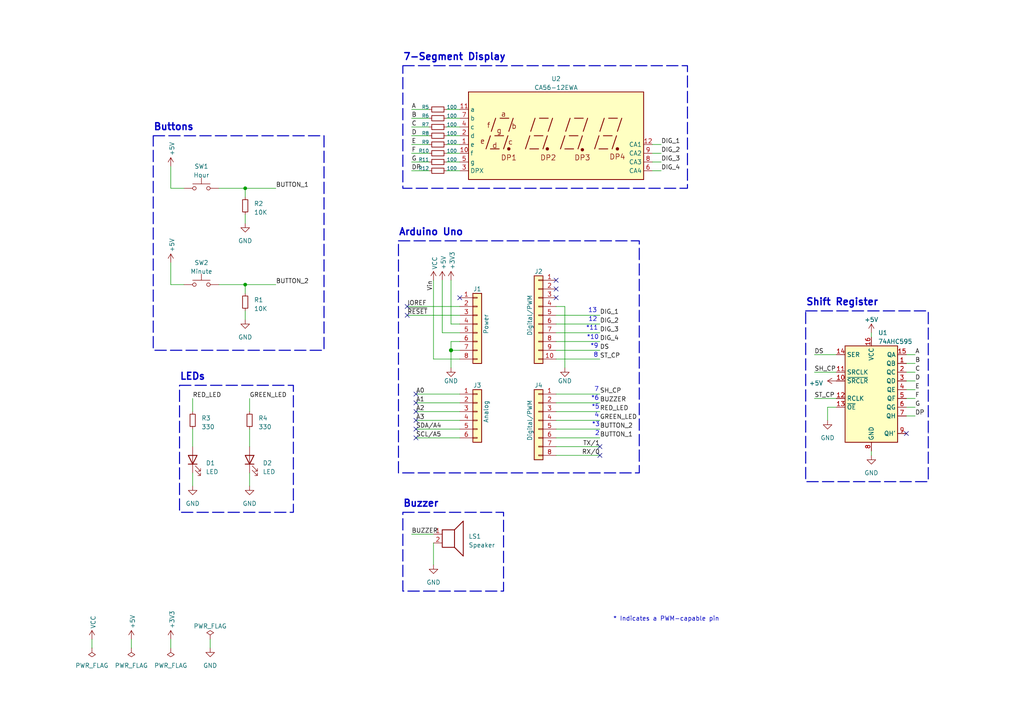
<source format=kicad_sch>
(kicad_sch (version 20230121) (generator eeschema)
  (paper "A4")
  (title_block (title "Arduino Uno Kitchen Timer") (date "mar. 31 mars 2015") (rev "1.0"))
  (lib_symbols
    (symbol "+5V_1" (power) (pin_names (offset 0))
      (property "Value" "+5V_1" (at 0 3.556 0))
      (symbol "+5V_1_0_1"
        (polyline (pts (xy -0.762 1.27) (xy 0 2.54)))
        (polyline (pts (xy 0 0) (xy 0 2.54)))
        (polyline (pts (xy 0 2.54) (xy 0.762 1.27)))
      )
      (symbol "+5V_1_1_1"
        (pin power_in line (at 0 0 90) (length 0) hide (name "+5V") (number "1"))
      )
    )
    (symbol "+5V_2" (power) (pin_names (offset 0))
      (property "Value" "+5V_2" (at 0 3.556 0))
      (symbol "+5V_2_0_1"
        (polyline (pts (xy -0.762 1.27) (xy 0 2.54)))
        (polyline (pts (xy 0 0) (xy 0 2.54)))
        (polyline (pts (xy 0 2.54) (xy 0.762 1.27)))
      )
      (symbol "+5V_2_1_1"
        (pin power_in line (at 0 0 90) (length 0) hide (name "+5V") (number "1"))
      )
    )
    (symbol "74xx:74AHC595"
      (property "Reference" "U" (at -7.62 13.97 0))
      (property "Value" "74AHC595" (at -7.62 -16.51 0))
      (symbol "74AHC595_1_0"
        (pin tri_state line (at 10.16 7.62 180) (length 2.54) (name "QB") (number "1"))
        (pin input line (at -10.16 2.54 0) (length 2.54) (name "~{SRCLR}") (number "10"))
        (pin input line (at -10.16 5.08 0) (length 2.54) (name "SRCLK") (number "11"))
        (pin input line (at -10.16 -2.54 0) (length 2.54) (name "RCLK") (number "12"))
        (pin input line (at -10.16 -5.08 0) (length 2.54) (name "~{OE}") (number "13"))
        (pin input line (at -10.16 10.16 0) (length 2.54) (name "SER") (number "14"))
        (pin tri_state line (at 10.16 10.16 180) (length 2.54) (name "QA") (number "15"))
        (pin power_in line (at 0 15.24 270) (length 2.54) (name "VCC") (number "16"))
        (pin tri_state line (at 10.16 5.08 180) (length 2.54) (name "QC") (number "2"))
        (pin tri_state line (at 10.16 2.54 180) (length 2.54) (name "QD") (number "3"))
        (pin tri_state line (at 10.16 0 180) (length 2.54) (name "QE") (number "4"))
        (pin tri_state line (at 10.16 -2.54 180) (length 2.54) (name "QF") (number "5"))
        (pin tri_state line (at 10.16 -5.08 180) (length 2.54) (name "QG") (number "6"))
        (pin tri_state line (at 10.16 -7.62 180) (length 2.54) (name "QH") (number "7"))
        (pin power_in line (at 0 -17.78 90) (length 2.54) (name "GND") (number "8"))
        (pin output line (at 10.16 -12.7 180) (length 2.54) (name "QH'") (number "9"))
      )
      (symbol "74AHC595_1_1"
        (rectangle (start -7.62 12.7) (end 7.62 -15.24) (stroke (width 0.254)) (fill (type background)))
      )
    )
    (symbol "Connector_Generic:Conn_01x06" (pin_names (offset 1.016) hide)
      (property "Reference" "J" (at 0 7.62 0))
      (property "Value" "Conn_01x06" (at 0 -10.16 0))
      (symbol "Conn_01x06_1_1"
        (rectangle (start -1.27 -7.493) (end 0 -7.747) (stroke (width 0.1524)))
        (rectangle (start -1.27 -4.953) (end 0 -5.207) (stroke (width 0.1524)))
        (rectangle (start -1.27 -2.413) (end 0 -2.667) (stroke (width 0.1524)))
        (rectangle (start -1.27 0.127) (end 0 -0.127) (stroke (width 0.1524)))
        (rectangle (start -1.27 2.667) (end 0 2.413) (stroke (width 0.1524)))
        (rectangle (start -1.27 5.207) (end 0 4.953) (stroke (width 0.1524)))
        (rectangle (start -1.27 6.35) (end 1.27 -8.89) (stroke (width 0.254)) (fill (type background)))
        (pin passive line (at -5.08 5.08 0) (length 3.81) (name "Pin_1") (number "1"))
        (pin passive line (at -5.08 2.54 0) (length 3.81) (name "Pin_2") (number "2"))
        (pin passive line (at -5.08 0 0) (length 3.81) (name "Pin_3") (number "3"))
        (pin passive line (at -5.08 -2.54 0) (length 3.81) (name "Pin_4") (number "4"))
        (pin passive line (at -5.08 -5.08 0) (length 3.81) (name "Pin_5") (number "5"))
        (pin passive line (at -5.08 -7.62 0) (length 3.81) (name "Pin_6") (number "6"))
      )
    )
    (symbol "Connector_Generic:Conn_01x08" (pin_names (offset 1.016) hide)
      (property "Reference" "J" (at 0 10.16 0))
      (property "Value" "Conn_01x08" (at 0 -12.7 0))
      (symbol "Conn_01x08_1_1"
        (rectangle (start -1.27 -10.033) (end 0 -10.287) (stroke (width 0.1524)))
        (rectangle (start -1.27 -7.493) (end 0 -7.747) (stroke (width 0.1524)))
        (rectangle (start -1.27 -4.953) (end 0 -5.207) (stroke (width 0.1524)))
        (rectangle (start -1.27 -2.413) (end 0 -2.667) (stroke (width 0.1524)))
        (rectangle (start -1.27 0.127) (end 0 -0.127) (stroke (width 0.1524)))
        (rectangle (start -1.27 2.667) (end 0 2.413) (stroke (width 0.1524)))
        (rectangle (start -1.27 5.207) (end 0 4.953) (stroke (width 0.1524)))
        (rectangle (start -1.27 7.747) (end 0 7.493) (stroke (width 0.1524)))
        (rectangle (start -1.27 8.89) (end 1.27 -11.43) (stroke (width 0.254)) (fill (type background)))
        (pin passive line (at -5.08 7.62 0) (length 3.81) (name "Pin_1") (number "1"))
        (pin passive line (at -5.08 5.08 0) (length 3.81) (name "Pin_2") (number "2"))
        (pin passive line (at -5.08 2.54 0) (length 3.81) (name "Pin_3") (number "3"))
        (pin passive line (at -5.08 0 0) (length 3.81) (name "Pin_4") (number "4"))
        (pin passive line (at -5.08 -2.54 0) (length 3.81) (name "Pin_5") (number "5"))
        (pin passive line (at -5.08 -5.08 0) (length 3.81) (name "Pin_6") (number "6"))
        (pin passive line (at -5.08 -7.62 0) (length 3.81) (name "Pin_7") (number "7"))
        (pin passive line (at -5.08 -10.16 0) (length 3.81) (name "Pin_8") (number "8"))
      )
    )
    (symbol "Connector_Generic:Conn_01x10" (pin_names (offset 1.016) hide)
      (property "Reference" "J" (at 0 12.7 0))
      (property "Value" "Conn_01x10" (at 0 -15.24 0))
      (symbol "Conn_01x10_1_1"
        (rectangle (start -1.27 -12.573) (end 0 -12.827) (stroke (width 0.1524)))
        (rectangle (start -1.27 -10.033) (end 0 -10.287) (stroke (width 0.1524)))
        (rectangle (start -1.27 -7.493) (end 0 -7.747) (stroke (width 0.1524)))
        (rectangle (start -1.27 -4.953) (end 0 -5.207) (stroke (width 0.1524)))
        (rectangle (start -1.27 -2.413) (end 0 -2.667) (stroke (width 0.1524)))
        (rectangle (start -1.27 0.127) (end 0 -0.127) (stroke (width 0.1524)))
        (rectangle (start -1.27 2.667) (end 0 2.413) (stroke (width 0.1524)))
        (rectangle (start -1.27 5.207) (end 0 4.953) (stroke (width 0.1524)))
        (rectangle (start -1.27 7.747) (end 0 7.493) (stroke (width 0.1524)))
        (rectangle (start -1.27 10.287) (end 0 10.033) (stroke (width 0.1524)))
        (rectangle (start -1.27 11.43) (end 1.27 -13.97) (stroke (width 0.254)) (fill (type background)))
        (pin passive line (at -5.08 10.16 0) (length 3.81) (name "Pin_1") (number "1"))
        (pin passive line (at -5.08 -12.7 0) (length 3.81) (name "Pin_10") (number "10"))
        (pin passive line (at -5.08 7.62 0) (length 3.81) (name "Pin_2") (number "2"))
        (pin passive line (at -5.08 5.08 0) (length 3.81) (name "Pin_3") (number "3"))
        (pin passive line (at -5.08 2.54 0) (length 3.81) (name "Pin_4") (number "4"))
        (pin passive line (at -5.08 0 0) (length 3.81) (name "Pin_5") (number "5"))
        (pin passive line (at -5.08 -2.54 0) (length 3.81) (name "Pin_6") (number "6"))
        (pin passive line (at -5.08 -5.08 0) (length 3.81) (name "Pin_7") (number "7"))
        (pin passive line (at -5.08 -7.62 0) (length 3.81) (name "Pin_8") (number "8"))
        (pin passive line (at -5.08 -10.16 0) (length 3.81) (name "Pin_9") (number "9"))
      )
    )
    (symbol "Device:LED" (pin_numbers hide) (pin_names (offset 1.016) hide)
      (property "Reference" "D" (at 0 2.54 0))
      (property "Value" "LED" (at 0 -2.54 0))
      (symbol "LED_0_1"
        (polyline (pts (xy -1.27 -1.27) (xy -1.27 1.27)) (stroke (width 0.254)))
        (polyline (pts (xy -1.27 0) (xy 1.27 0)))
        (polyline (pts (xy 1.27 -1.27) (xy 1.27 1.27) (xy -1.27 0) (xy 1.27 -1.27)) (stroke (width 0.254)))
        (polyline (pts (xy -3.048 -0.762) (xy -4.572 -2.286) (xy -3.81 -2.286) (xy -4.572 -2.286) (xy -4.572 -1.524)))
        (polyline (pts (xy -1.778 -0.762) (xy -3.302 -2.286) (xy -2.54 -2.286) (xy -3.302 -2.286) (xy -3.302 -1.524)))
      )
      (symbol "LED_1_1"
        (pin passive line (at -3.81 0 0) (length 2.54) (name "K") (number "1"))
        (pin passive line (at 3.81 0 180) (length 2.54) (name "A") (number "2"))
      )
    )
    (symbol "Device:R_Small" (pin_numbers hide) (pin_names (offset 0.254) hide)
      (property "Reference" "R" (at 0.762 0.508 0))
      (property "Value" "R_Small" (at 0.762 -1.016 0))
      (symbol "R_Small_0_1"
        (rectangle (start -0.762 1.778) (end 0.762 -1.778) (stroke (width 0.2032)))
      )
      (symbol "R_Small_1_1"
        (pin passive line (at 0 2.54 270) (length 0.762) (name "~") (number "1"))
        (pin passive line (at 0 -2.54 90) (length 0.762) (name "~") (number "2"))
      )
    )
    (symbol "Device:Speaker" (pin_names (offset 0) hide)
      (property "Reference" "LS" (at 1.27 5.715 0))
      (property "Value" "Speaker" (at 1.27 3.81 0))
      (symbol "Speaker_0_0"
        (rectangle (start -2.54 1.27) (end 1.016 -3.81) (stroke (width 0.254)))
        (polyline (pts (xy 1.016 1.27) (xy 3.556 3.81) (xy 3.556 -6.35) (xy 1.016 -3.81)) (stroke (width 0.254)))
      )
      (symbol "Speaker_1_1"
        (pin input line (at -5.08 0 0) (length 2.54) (name "1") (number "1"))
        (pin input line (at -5.08 -2.54 0) (length 2.54) (name "2") (number "2"))
      )
    )
    (symbol "Display_Character:CA56-12EWA"
      (property "Reference" "U" (at -24.13 13.97 0))
      (property "Value" "CA56-12EWA" (at 19.05 13.97 0))
      (symbol "CA56-12EWA_0_0"
        (rectangle (start -25.4 12.7) (end 25.4 -12.7) (stroke (width 0.254)) (fill (type background)))
        (polyline (pts (xy -20.32 -3.81) (xy -19.05 0)) (stroke (width 0.254)))
        (polyline (pts (xy -19.05 -3.81) (xy -16.51 -3.81)) (stroke (width 0.254)))
        (polyline (pts (xy -18.796 1.27) (xy -17.526 5.08)) (stroke (width 0.254)))
        (polyline (pts (xy -17.78 0) (xy -15.24 0)) (stroke (width 0.254)))
        (polyline (pts (xy -16.256 5.08) (xy -13.716 5.08)) (stroke (width 0.254)))
        (polyline (pts (xy -15.24 -3.81) (xy -13.97 0)) (stroke (width 0.254)))
        (polyline (pts (xy -13.716 1.27) (xy -12.446 5.08)) (stroke (width 0.254)))
        (polyline (pts (xy -8.89 -3.81) (xy -7.62 0)) (stroke (width 0.254)))
        (polyline (pts (xy -7.62 -3.81) (xy -5.08 -3.81)) (stroke (width 0.254)))
        (polyline (pts (xy -7.366 1.27) (xy -6.096 5.08)) (stroke (width 0.254)))
        (polyline (pts (xy -6.35 0) (xy -3.81 0)) (stroke (width 0.254)))
        (polyline (pts (xy -4.826 5.08) (xy -2.286 5.08)) (stroke (width 0.254)))
        (polyline (pts (xy -3.81 -3.81) (xy -2.54 0)) (stroke (width 0.254)))
        (polyline (pts (xy -2.286 1.27) (xy -1.016 5.08)) (stroke (width 0.254)))
        (polyline (pts (xy 1.27 -3.81) (xy 2.54 0)) (stroke (width 0.254)))
        (polyline (pts (xy 2.54 -3.81) (xy 5.08 -3.81)) (stroke (width 0.254)))
        (polyline (pts (xy 2.794 1.27) (xy 4.064 5.08)) (stroke (width 0.254)))
        (polyline (pts (xy 3.81 0) (xy 6.35 0)) (stroke (width 0.254)))
        (polyline (pts (xy 5.334 5.08) (xy 7.874 5.08)) (stroke (width 0.254)))
        (polyline (pts (xy 6.35 -3.81) (xy 7.62 0)) (stroke (width 0.254)))
        (polyline (pts (xy 7.874 1.27) (xy 9.144 5.08)) (stroke (width 0.254)))
        (polyline (pts (xy 11.176 -3.81) (xy 12.446 0)) (stroke (width 0.254)))
        (polyline (pts (xy 12.446 -3.81) (xy 14.986 -3.81)) (stroke (width 0.254)))
        (polyline (pts (xy 12.7 1.27) (xy 13.97 5.08)) (stroke (width 0.254)))
        (polyline (pts (xy 13.716 0) (xy 16.256 0)) (stroke (width 0.254)))
        (polyline (pts (xy 15.24 5.08) (xy 17.78 5.08)) (stroke (width 0.254)))
        (polyline (pts (xy 16.256 -3.81) (xy 17.526 0)) (stroke (width 0.254)))
        (polyline (pts (xy 17.78 1.27) (xy 19.05 5.08)) (stroke (width 0.254)))
        (text "a" (at -15.24 6.35 0) (effects (font (size 1.524 1.524))))
        (text "b" (at -12.192 2.794 0) (effects (font (size 1.524 1.524))))
        (text "c" (at -13.208 -1.778 0) (effects (font (size 1.524 1.524))))
        (text "d" (at -17.78 -2.794 0) (effects (font (size 1.524 1.524))))
        (text "DP1" (at -13.716 -6.35 0) (effects (font (size 1.524 1.524))))
        (text "DP2" (at -2.286 -6.35 0) (effects (font (size 1.524 1.524))))
        (text "DP3" (at 7.62 -6.35 0) (effects (font (size 1.524 1.524))))
        (text "DP4" (at 17.78 -6.096 0) (effects (font (size 1.524 1.524))))
        (text "e" (at -21.336 -1.524 0) (effects (font (size 1.524 1.524))))
        (text "f" (at -19.558 3.048 0) (effects (font (size 1.524 1.524))))
        (text "g" (at -16.51 1.524 0) (effects (font (size 1.524 1.524))))
      )
      (symbol "CA56-12EWA_0_1"
        (circle (center -13.716 -3.81) (radius 0.3556) (stroke (width 0.254)) (fill (type outline)))
        (circle (center -2.54 -3.81) (radius 0.3556) (stroke (width 0.254)) (fill (type outline)))
      )
      (symbol "CA56-12EWA_1_0"
        (circle (center 7.62 -4.064) (radius 0.3556) (stroke (width 0.254)) (fill (type outline)))
        (circle (center 17.78 -3.81) (radius 0.3556) (stroke (width 0.254)) (fill (type outline)))
      )
      (symbol "CA56-12EWA_1_1"
        (pin input line (at -27.94 -2.54 0) (length 2.54) (name "e") (number "1"))
        (pin input line (at -27.94 -5.08 0) (length 2.54) (name "f") (number "10"))
        (pin input line (at -27.94 7.62 0) (length 2.54) (name "a") (number "11"))
        (pin input line (at 27.94 -2.54 180) (length 2.54) (name "CA1") (number "12"))
        (pin input line (at -27.94 0 0) (length 2.54) (name "d") (number "2"))
        (pin input line (at -27.94 -10.16 0) (length 2.54) (name "DPX") (number "3"))
        (pin input line (at -27.94 2.54 0) (length 2.54) (name "c") (number "4"))
        (pin input line (at -27.94 -7.62 0) (length 2.54) (name "g") (number "5"))
        (pin input line (at 27.94 -10.16 180) (length 2.54) (name "CA4") (number "6"))
        (pin input line (at -27.94 5.08 0) (length 2.54) (name "b") (number "7"))
        (pin input line (at 27.94 -7.62 180) (length 2.54) (name "CA3") (number "8"))
        (pin input line (at 27.94 -5.08 180) (length 2.54) (name "CA2") (number "9"))
      )
    )
    (symbol "GND_1" (power) (pin_names (offset 0))
      (property "Value" "GND_1" (at 0 -3.81 0))
      (symbol "GND_1_0_1"
        (polyline (pts (xy 0 0) (xy 0 -1.27) (xy 1.27 -1.27) (xy 0 -2.54) (xy -1.27 -1.27) (xy 0 -1.27)))
      )
      (symbol "GND_1_1_1"
        (pin power_in line (at 0 0 270) (length 0) hide (name "GND") (number "1"))
      )
    )
    (symbol "GND_2" (power) (pin_names (offset 0))
      (property "Value" "GND_2" (at 0 -3.81 0))
      (symbol "GND_2_0_1"
        (polyline (pts (xy 0 0) (xy 0 -1.27) (xy 1.27 -1.27) (xy 0 -2.54) (xy -1.27 -1.27) (xy 0 -1.27)))
      )
      (symbol "GND_2_1_1"
        (pin power_in line (at 0 0 270) (length 0) hide (name "GND") (number "1"))
      )
    )
    (symbol "GND_3" (power) (pin_names (offset 0))
      (property "Value" "GND_3" (at 0 -3.81 0))
      (symbol "GND_3_0_1"
        (polyline (pts (xy 0 0) (xy 0 -1.27) (xy 1.27 -1.27) (xy 0 -2.54) (xy -1.27 -1.27) (xy 0 -1.27)))
      )
      (symbol "GND_3_1_1"
        (pin power_in line (at 0 0 270) (length 0) hide (name "GND") (number "1"))
      )
    )
    (symbol "GND_4" (power) (pin_names (offset 0))
      (property "Value" "GND_4" (at 0 -3.81 0))
      (symbol "GND_4_0_1"
        (polyline (pts (xy 0 0) (xy 0 -1.27) (xy 1.27 -1.27) (xy 0 -2.54) (xy -1.27 -1.27) (xy 0 -1.27)))
      )
      (symbol "GND_4_1_1"
        (pin power_in line (at 0 0 270) (length 0) hide (name "GND") (number "1"))
      )
    )
    (symbol "Switch:SW_Push" (pin_numbers hide) (pin_names (offset 1.016) hide)
      (property "Reference" "SW" (at 1.27 2.54 0))
      (property "Value" "SW_Push" (at 0 -1.524 0))
      (symbol "SW_Push_0_1"
        (circle (center -2.032 0) (radius 0.508))
        (polyline (pts (xy 0 1.27) (xy 0 3.048)))
        (polyline (pts (xy 2.54 1.27) (xy -2.54 1.27)))
        (circle (center 2.032 0) (radius 0.508))
        (pin passive line (at -5.08 0 0) (length 2.54) (name "1") (number "1"))
        (pin passive line (at 5.08 0 180) (length 2.54) (name "2") (number "2"))
      )
    )
    (symbol "power:+3V3" (power) (pin_names (offset 0))
      (property "Value" "+3V3" (at 0 3.556 0))
      (symbol "+3V3_0_1"
        (polyline (pts (xy -0.762 1.27) (xy 0 2.54)))
        (polyline (pts (xy 0 0) (xy 0 2.54)))
        (polyline (pts (xy 0 2.54) (xy 0.762 1.27)))
      )
      (symbol "+3V3_1_1"
        (pin power_in line (at 0 0 90) (length 0) hide (name "+3V3") (number "1"))
      )
    )
    (symbol "power:+5V" (power) (pin_names (offset 0))
      (property "Value" "+5V" (at 0 3.556 0))
      (symbol "+5V_0_1"
        (polyline (pts (xy -0.762 1.27) (xy 0 2.54)))
        (polyline (pts (xy 0 0) (xy 0 2.54)))
        (polyline (pts (xy 0 2.54) (xy 0.762 1.27)))
      )
      (symbol "+5V_1_1"
        (pin power_in line (at 0 0 90) (length 0) hide (name "+5V") (number "1"))
      )
    )
    (symbol "power:GND" (power) (pin_names (offset 0))
      (property "Value" "GND" (at 0 -3.81 0))
      (symbol "GND_0_1"
        (polyline (pts (xy 0 0) (xy 0 -1.27) (xy 1.27 -1.27) (xy 0 -2.54) (xy -1.27 -1.27) (xy 0 -1.27)))
      )
      (symbol "GND_1_1"
        (pin power_in line (at 0 0 270) (length 0) hide (name "GND") (number "1"))
      )
    )
    (symbol "power:PWR_FLAG" (power) (pin_numbers hide) (pin_names (offset 0) hide)
      (property "Value" "PWR_FLAG" (at 0 3.81 0))
      (symbol "PWR_FLAG_0_0"
        (pin power_out line (at 0 0 90) (length 0) (name "pwr") (number "1"))
      )
      (symbol "PWR_FLAG_0_1"
        (polyline (pts (xy 0 0) (xy 0 1.27) (xy -1.016 1.905) (xy 0 2.54) (xy 1.016 1.905) (xy 0 1.27)))
      )
    )
    (symbol "power:VCC" (power) (pin_names (offset 0))
      (property "Value" "VCC" (at 0 3.81 0))
      (symbol "VCC_0_1"
        (polyline (pts (xy -0.762 1.27) (xy 0 2.54)))
        (polyline (pts (xy 0 0) (xy 0 2.54)))
        (polyline (pts (xy 0 2.54) (xy 0.762 1.27)))
      )
      (symbol "VCC_1_1"
        (pin power_in line (at 0 0 90) (length 0) hide (name "VCC") (number "1"))
      )
    )
  )
  (junction (at 71.12 82.55))
  (junction (at 130.81 101.6) (diameter 1.016))
  (junction (at 71.12 54.61))
  (no_connect (at 120.65 116.84))
  (no_connect (at 120.65 121.92))
  (no_connect (at 161.29 83.82))
  (no_connect (at 173.99 129.54))
  (no_connect (at 161.29 81.28))
  (no_connect (at 120.65 119.38))
  (no_connect (at 118.11 91.44))
  (no_connect (at 120.65 127))
  (no_connect (at 120.65 114.3))
  (no_connect (at 173.99 132.08))
  (no_connect (at 161.29 86.36))
  (no_connect (at 262.89 125.73))
  (no_connect (at 133.35 86.36))
  (no_connect (at 120.65 124.46))
  (no_connect (at 118.11 88.9))
  (wire (pts (xy 49.53 82.55) (xy 49.53 76.2)))
  (wire (pts (xy 161.29 132.08) (xy 173.99 132.08)))
  (wire (pts (xy 236.22 115.57) (xy 242.57 115.57)))
  (wire (pts (xy 55.88 137.16) (xy 55.88 140.97)))
  (wire (pts (xy 161.29 99.06) (xy 173.99 99.06)))
  (wire (pts (xy 71.12 82.55) (xy 80.01 82.55)))
  (wire (pts (xy 63.5 82.55) (xy 71.12 82.55)))
  (wire (pts (xy 252.73 130.81) (xy 252.73 132.08)))
  (wire (pts (xy 189.23 41.91) (xy 191.77 41.91)))
  (wire (pts (xy 240.03 121.92) (xy 240.03 118.11)))
  (wire (pts (xy 262.89 107.95) (xy 265.43 107.95)))
  (wire (pts (xy 236.22 107.95) (xy 242.57 107.95)))
  (wire (pts (xy 130.81 99.06) (xy 130.81 101.6)))
  (wire (pts (xy 120.65 127) (xy 133.35 127)))
  (wire (pts (xy 72.39 119.38) (xy 72.39 115.57)))
  (wire (pts (xy 130.81 101.6) (xy 130.81 106.68)))
  (wire (pts (xy 63.5 54.61) (xy 71.12 54.61)))
  (wire (pts (xy 130.81 93.98) (xy 133.35 93.98)))
  (wire (pts (xy 128.27 96.52) (xy 133.35 96.52)))
  (wire (pts (xy 128.27 81.28) (xy 128.27 96.52)))
  (wire (pts (xy 71.12 90.17) (xy 71.12 92.71)))
  (wire (pts (xy 161.29 91.44) (xy 173.99 91.44)))
  (wire (pts (xy 130.81 81.28) (xy 130.81 93.98)))
  (wire (pts (xy 161.29 114.3) (xy 173.99 114.3)))
  (wire (pts (xy 189.23 49.53) (xy 191.77 49.53)))
  (wire (pts (xy 133.35 114.3) (xy 120.65 114.3)))
  (wire (pts (xy 161.29 93.98) (xy 173.99 93.98)))
  (wire (pts (xy 72.39 137.16) (xy 72.39 140.97)))
  (wire (pts (xy 161.29 116.84) (xy 173.99 116.84)))
  (wire (pts (xy 55.88 119.38) (xy 55.88 115.57)))
  (wire (pts (xy 161.29 101.6) (xy 173.99 101.6)))
  (wire (pts (xy 262.89 110.49) (xy 265.43 110.49)))
  (wire (pts (xy 129.54 34.29) (xy 133.35 34.29)))
  (wire (pts (xy 161.29 121.92) (xy 173.99 121.92)))
  (wire (pts (xy 236.22 102.87) (xy 242.57 102.87)))
  (wire (pts (xy 118.11 88.9) (xy 133.35 88.9)))
  (wire (pts (xy 49.53 185.42) (xy 49.53 187.96)))
  (wire (pts (xy 119.38 154.94) (xy 125.73 154.94)))
  (wire (pts (xy 129.54 31.75) (xy 133.35 31.75)))
  (wire (pts (xy 262.89 113.03) (xy 265.43 113.03)))
  (wire (pts (xy 163.83 88.9) (xy 163.83 106.68)))
  (wire (pts (xy 55.88 124.46) (xy 55.88 129.54)))
  (wire (pts (xy 262.89 120.65) (xy 265.43 120.65)))
  (wire (pts (xy 125.73 157.48) (xy 125.73 163.83)))
  (wire (pts (xy 53.34 54.61) (xy 49.53 54.61)))
  (wire (pts (xy 119.38 49.53) (xy 124.46 49.53)))
  (wire (pts (xy 133.35 119.38) (xy 120.65 119.38)))
  (wire (pts (xy 118.11 91.44) (xy 133.35 91.44)))
  (wire (pts (xy 133.35 101.6) (xy 130.81 101.6)))
  (wire (pts (xy 119.38 46.99) (xy 124.46 46.99)))
  (wire (pts (xy 262.89 118.11) (xy 265.43 118.11)))
  (wire (pts (xy 119.38 41.91) (xy 124.46 41.91)))
  (wire (pts (xy 133.35 104.14) (xy 125.73 104.14)))
  (wire (pts (xy 119.38 36.83) (xy 124.46 36.83)))
  (wire (pts (xy 120.65 116.84) (xy 133.35 116.84)))
  (wire (pts (xy 129.54 49.53) (xy 133.35 49.53)))
  (wire (pts (xy 189.23 46.99) (xy 191.77 46.99)))
  (wire (pts (xy 262.89 105.41) (xy 265.43 105.41)))
  (wire (pts (xy 26.67 185.42) (xy 26.67 187.96)))
  (wire (pts (xy 71.12 54.61) (xy 71.12 57.15)))
  (wire (pts (xy 161.29 88.9) (xy 163.83 88.9)))
  (wire (pts (xy 129.54 39.37) (xy 133.35 39.37)))
  (wire (pts (xy 133.35 99.06) (xy 130.81 99.06)))
  (wire (pts (xy 262.89 115.57) (xy 265.43 115.57)))
  (wire (pts (xy 129.54 41.91) (xy 133.35 41.91)))
  (wire (pts (xy 161.29 96.52) (xy 173.99 96.52)))
  (wire (pts (xy 119.38 44.45) (xy 124.46 44.45)))
  (wire (pts (xy 161.29 119.38) (xy 173.99 119.38)))
  (wire (pts (xy 120.65 121.92) (xy 133.35 121.92)))
  (wire (pts (xy 119.38 39.37) (xy 124.46 39.37)))
  (wire (pts (xy 119.38 34.29) (xy 124.46 34.29)))
  (wire (pts (xy 129.54 36.83) (xy 133.35 36.83)))
  (wire (pts (xy 262.89 102.87) (xy 265.43 102.87)))
  (wire (pts (xy 129.54 44.45) (xy 133.35 44.45)))
  (wire (pts (xy 71.12 54.61) (xy 80.01 54.61)))
  (wire (pts (xy 119.38 31.75) (xy 124.46 31.75)))
  (wire (pts (xy 71.12 62.23) (xy 71.12 64.77)))
  (wire (pts (xy 38.1 185.42) (xy 38.1 187.96)))
  (wire (pts (xy 129.54 46.99) (xy 133.35 46.99)))
  (wire (pts (xy 189.23 44.45) (xy 191.77 44.45)))
  (wire (pts (xy 161.29 127) (xy 173.99 127)))
  (wire (pts (xy 252.73 96.52) (xy 252.73 97.79)))
  (wire (pts (xy 161.29 124.46) (xy 173.99 124.46)))
  (wire (pts (xy 240.03 118.11) (xy 242.57 118.11)))
  (wire (pts (xy 53.34 82.55) (xy 49.53 82.55)))
  (wire (pts (xy 161.29 129.54) (xy 173.99 129.54)))
  (wire (pts (xy 72.39 124.46) (xy 72.39 129.54)))
  (wire (pts (xy 49.53 54.61) (xy 49.53 48.26)))
  (wire (pts (xy 125.73 104.14) (xy 125.73 81.28)))
  (wire (pts (xy 71.12 82.55) (xy 71.12 85.09)))
  (wire (pts (xy 133.35 124.46) (xy 120.65 124.46)))
  (wire (pts (xy 161.29 104.14) (xy 173.99 104.14)))
  (wire (pts (xy 60.96 185.42) (xy 60.96 187.96)))
  (rectangle (start 115.57 69.85) (end 185.42 137.16) (stroke (width 0.3) (type dash)))
  (rectangle (start 52.07 111.76) (end 85.09 148.59) (stroke (width 0.3) (type dash)))
  (rectangle (start 269.24 125.73) (end 269.24 125.73))
  (rectangle (start 116.84 19.05) (end 199.39 54.61) (stroke (width 0.3) (type dash)))
  (rectangle (start 44.45 39.37) (end 93.98 101.6) (stroke (width 0.3) (type dash)))
  (rectangle (start 116.84 148.59) (end 146.05 171.45) (stroke (width 0.3) (type dash)))
  (rectangle (start 233.68 90.17) (end 269.24 139.7) (stroke (width 0.3) (type dash)))
  (rectangle (start 269.24 125.73) (end 269.24 125.73))
  (rectangle (start 176.53 19.05) (end 176.53 19.05))
  (text "*3" (at 171.6322 123.9142 0) (effects (font (size 1.27 1.27)) (justify left bottom)))
  (text "Shift Register" (at 233.68 88.9 0) (effects (font (size 2 2) (thickness 0.4) bold) (justify left bottom)))
  (text "*11" (at 169.9282 95.944 0) (effects (font (size 1.27 1.27)) (justify left bottom)))
  (text "12" (at 170.6352 93.3988 0) (effects (font (size 1.27 1.27)) (justify left bottom)))
  (text "*5" (at 171.5456 118.8344 0) (effects (font (size 1.27 1.27)) (justify left bottom)))
  (text "*9" (at 171.2008 101.1758 0) (effects (font (size 1.27 1.27)) (justify left bottom)))
  (text "Arduino Uno" (at 115.57 68.58 0) (effects (font (size 2 2) (thickness 0.4) bold) (justify left bottom)))
  (text "7-Segment Display" (at 116.84 17.78 0) (effects (font (size 2 2) (thickness 0.4) bold) (justify left bottom)))
  (text "2" (at 172.5314 126.4917 0) (effects (font (size 1.27 1.27)) (justify left bottom)))
  (text "7" (at 172.3233 113.744 0) (effects (font (size 1.27 1.27)) (justify left bottom)))
  (text "*10" (at 170.1403 98.6306 0) (effects (font (size 1.27 1.27)) (justify left bottom)))
  (text "13" (at 170.5645 90.8536 0) (effects (font (size 1.27 1.27)) (justify left bottom)))
  (text "* Indicates a PWM-capable pin" (at 177.8 180.34 0) (effects (font (size 1.27 1.27)) (justify left bottom)))
  (text "LEDs" (at 52.07 110.49 0) (effects (font (size 2 2) (thickness 0.4) bold) (justify left bottom)))
  (text "4" (at 172.394 121.2382 0) (effects (font (size 1.27 1.27)) (justify left bottom)))
  (text "Buzzer" (at 116.84 147.32 0) (effects (font (size 2 2) (thickness 0.4) bold) (justify left bottom)))
  (text "*6" (at 171.4042 116.2892 0) (effects (font (size 1.27 1.27)) (justify left bottom)))
  (text "Buttons" (at 44.45 38.1 0) (effects (font (size 2 2) (thickness 0.4) bold) (justify left bottom)))
  (text "8" (at 172.1199 103.7916 0) (effects (font (size 1.27 1.27)) (justify left bottom)))
  (label "RX{slash}0" (at 173.99 132.08 180))
  (label "DIG_1" (at 191.77 41.91 0))
  (label "A2" (at 120.65 119.38 0))
  (label "DIG_2" (at 191.77 44.45 0))
  (label "DIG_2" (at 173.99 93.98 0))
  (label "DIG_1" (at 173.99 91.44 0))
  (label "A3" (at 120.65 121.92 0))
  (label "BUTTON_2" (at 80.01 82.55 0))
  (label "DIG_4" (at 191.77 49.53 0))
  (label "GREEN_LED" (at 173.99 121.92 0))
  (label "BUTTON_1" (at 80.01 54.61 0))
  (label "DS" (at 236.22 102.87 0))
  (label "~{RESET}" (at 118.11 91.44 0))
  (label "BUZZER" (at 173.99 116.84 0))
  (label "D" (at 265.43 110.49 0))
  (label "D" (at 119.38 39.37 0))
  (label "A" (at 265.43 102.87 0))
  (label "BUZZER" (at 119.38 154.94 0))
  (label "E" (at 265.43 113.03 0))
  (label "RED_LED" (at 173.99 119.38 0))
  (label "ST_CP" (at 236.22 115.57 0))
  (label "C" (at 119.38 36.83 0))
  (label "F" (at 265.43 115.57 0))
  (label "DP" (at 119.38 49.53 0))
  (label "E" (at 119.38 41.91 0))
  (label "G" (at 119.38 46.99 0))
  (label "DP" (at 265.43 120.65 0))
  (label "SH_CP" (at 173.99 114.3 0))
  (label "A1" (at 120.65 116.84 0))
  (label "TX{slash}1" (at 173.99 129.54 180))
  (label "DIG_4" (at 173.99 99.06 0))
  (label "BUTTON_1" (at 173.99 127 0))
  (label "A0" (at 120.65 114.3 0))
  (label "B" (at 265.43 105.41 0))
  (label "A" (at 119.38 31.75 0))
  (label "DS" (at 173.99 101.6 0))
  (label "Vin" (at 125.73 81.28 270))
  (label "GREEN_LED" (at 72.39 115.57 0))
  (label "G" (at 265.43 118.11 0))
  (label "IOREF" (at 118.11 88.9 0))
  (label "DIG_3" (at 191.77 46.99 0))
  (label "SH_CP" (at 236.22 107.95 0))
  (label "BUTTON_2" (at 173.99 124.46 0))
  (label "DIG_3" (at 173.99 96.52 0))
  (label "C" (at 265.43 107.95 0))
  (label "SDA{slash}A4" (at 120.65 124.46 0))
  (label "RED_LED" (at 55.88 115.57 0))
  (label "SCL{slash}A5" (at 120.65 127 0))
  (label "ST_CP" (at 173.99 104.14 0))
  (label "B" (at 119.38 34.29 0))
  (label "F" (at 119.38 44.45 0))
  (symbol (lib_id "Connector_Generic:Conn_01x08") (at 138.43 93.98 0) (unit 1)
    (property "Reference" "J1" (at 138.43 83.82 0))
    (property "Value" "Power" (at 140.97 93.98 90))
    (property "Footprint" "Connector_PinSocket_2.54mm:PinSocket_1x08_P2.54mm_Vertical" (effects hide))
  )
  (symbol (lib_id "power:+3V3") (at 130.81 81.28 0) (unit 1)
    (property "Reference" "#PWR03" (effects hide))
    (property "Value" "+3.3V" (at 131.191 78.232 90) (effects (justify left)))
  )
  (symbol (lib_id "power:+5V") (at 128.27 81.28 0) (unit 1)
    (property "Reference" "#PWR02" (effects hide))
    (property "Value" "+5V" (at 128.6256 78.232 90) (effects (justify left)))
  )
  (symbol (lib_id "power:GND") (at 130.81 106.68 0) (unit 1)
    (property "Reference" "#PWR04" (effects hide))
    (property "Value" "GND" (at 130.81 110.49 0))
  )
  (symbol (lib_id "Connector_Generic:Conn_01x10") (at 156.21 91.44 0) (mirror y) (unit 1)
    (property "Reference" "J2" (at 156.21 78.74 0))
    (property "Value" "Digital/PWM" (at 153.67 91.44 90))
    (property "Footprint" "Connector_PinSocket_2.54mm:PinSocket_1x10_P2.54mm_Vertical" (effects hide))
  )
  (symbol (lib_id "power:GND") (at 163.83 106.68 0) (unit 1)
    (property "Reference" "#PWR05" (effects hide))
    (property "Value" "GND" (at 163.83 110.49 0))
  )
  (symbol (lib_id "Connector_Generic:Conn_01x06") (at 138.43 119.38 0) (unit 1)
    (property "Reference" "J3" (at 138.43 111.76 0))
    (property "Value" "Analog" (at 140.97 119.38 90))
    (property "Footprint" "Connector_PinSocket_2.54mm:PinSocket_1x06_P2.54mm_Vertical" (effects hide))
  )
  (symbol (lib_id "Connector_Generic:Conn_01x08") (at 156.21 121.92 0) (mirror y) (unit 1)
    (property "Reference" "J4" (at 156.21 111.76 0))
    (property "Value" "Digital/PWM" (at 153.67 121.92 90))
    (property "Footprint" "Connector_PinSocket_2.54mm:PinSocket_1x08_P2.54mm_Vertical" (effects hide))
  )
  (symbol (lib_name "GND_2") (lib_id "power:GND") (at 60.96 187.96 0) (unit 1)
    (property "Reference" "#PWR020" (effects hide))
    (property "Value" "GND" (at 60.96 193.04 0))
  )
  (symbol (lib_id "Device:R_Small") (at 127 41.91 90) (unit 1)
    (property "Reference" "R9" (at 124.46 40.64 90) (effects (font (size 1 1)) (justify left bottom)))
    (property "Value" "100" (at 129.54 40.64 90) (effects (font (size 1 1)) (justify right bottom)))
    (property "Footprint" "Resistor_THT:R_Axial_DIN0207_L6.3mm_D2.5mm_P10.16mm_Horizontal" (effects hide))
  )
  (symbol (lib_name "GND_4") (lib_id "power:GND") (at 240.03 121.92 0) (unit 1)
    (property "Reference" "#PWR013" (effects hide))
    (property "Value" "GND" (at 240.03 127 0))
  )
  (symbol (lib_id "Device:R_Small") (at 127 36.83 90) (unit 1)
    (property "Reference" "R7" (at 124.46 35.56 90) (effects (font (size 1 1)) (justify left bottom)))
    (property "Value" "100" (at 129.54 35.56 90) (effects (font (size 1 1)) (justify right bottom)))
    (property "Footprint" "Resistor_THT:R_Axial_DIN0207_L6.3mm_D2.5mm_P10.16mm_Horizontal" (effects hide))
  )
  (symbol (lib_id "Device:R_Small") (at 127 31.75 90) (unit 1)
    (property "Reference" "R5" (at 124.46 30.48 90) (effects (font (size 1 1)) (justify left bottom)))
    (property "Value" "100" (at 129.54 30.48 90) (effects (font (size 1 1)) (justify right bottom)))
    (property "Footprint" "Resistor_THT:R_Axial_DIN0207_L6.3mm_D2.5mm_P10.16mm_Horizontal" (effects hide))
  )
  (symbol (lib_id "Device:R_Small") (at 127 34.29 90) (unit 1)
    (property "Reference" "R6" (at 124.46 33.02 90) (effects (font (size 1 1)) (justify left bottom)))
    (property "Value" "100" (at 129.54 33.02 90) (effects (font (size 1 1)) (justify right bottom)))
    (property "Footprint" "Resistor_THT:R_Axial_DIN0207_L6.3mm_D2.5mm_P10.16mm_Horizontal" (effects hide))
  )
  (symbol (lib_id "power:+5V") (at 38.1 185.42 0) (unit 1)
    (property "Reference" "#PWR018" (effects hide))
    (property "Value" "+5V" (at 38.4556 182.372 90) (effects (justify left)))
  )
  (symbol (lib_id "Device:LED") (at 55.88 133.35 90) (unit 1)
    (property "Reference" "D1" (at 59.69 134.3025 90) (effects (justify right)))
    (property "Value" "LED" (at 59.69 136.8425 90) (effects (justify right)))
    (property "Footprint" "LED_THT:LED_D3.0mm" (effects hide))
  )
  (symbol (lib_id "Device:R_Small") (at 71.12 59.69 0) (unit 1)
    (property "Reference" "R2" (at 73.66 59.055 0) (effects (justify left)))
    (property "Value" "10K" (at 73.66 61.595 0) (effects (justify left)))
    (property "Footprint" "Resistor_THT:R_Axial_DIN0207_L6.3mm_D2.5mm_P10.16mm_Horizontal" (effects hide))
  )
  (symbol (lib_name "GND_1") (lib_id "power:GND") (at 71.12 64.77 0) (unit 1)
    (property "Reference" "#PWR06" (effects hide))
    (property "Value" "GND" (at 71.12 69.85 0))
  )
  (symbol (lib_id "power:VCC") (at 125.73 81.28 0) (unit 1)
    (property "Reference" "#PWR01" (effects hide))
    (property "Value" "VCC" (at 126.111 78.232 90) (effects (justify left)))
  )
  (symbol (lib_id "power:VCC") (at 26.67 185.42 0) (unit 1)
    (property "Reference" "#PWR017" (effects hide))
    (property "Value" "VCC" (at 27.051 182.372 90) (effects (justify left)))
  )
  (symbol (lib_name "GND_3") (lib_id "power:GND") (at 125.73 163.83 0) (unit 1)
    (property "Reference" "#PWR012" (effects hide))
    (property "Value" "GND" (at 125.73 168.91 0))
  )
  (symbol (lib_id "power:+3V3") (at 49.53 185.42 0) (unit 1)
    (property "Reference" "#PWR019" (effects hide))
    (property "Value" "+3.3V" (at 49.911 182.372 90) (effects (justify left)))
  )
  (symbol (lib_id "power:+5V") (at 49.53 48.26 0) (unit 1)
    (property "Reference" "#PWR08" (effects hide))
    (property "Value" "+5V" (at 49.8856 45.212 90) (effects (justify left)))
  )
  (symbol (lib_name "GND_4") (lib_id "power:GND") (at 252.73 132.08 0) (unit 1)
    (property "Reference" "#PWR015" (effects hide))
    (property "Value" "GND" (at 252.73 137.16 0))
  )
  (symbol (lib_name "GND_1") (lib_id "power:GND") (at 71.12 92.71 0) (unit 1)
    (property "Reference" "#PWR07" (effects hide))
    (property "Value" "GND" (at 71.12 97.79 0))
  )
  (symbol (lib_id "74xx:74AHC595") (at 252.73 113.03 0) (unit 1)
    (property "Reference" "U1" (at 254.6859 96.52 0) (effects (justify left)))
    (property "Value" "74AHC595" (at 254.6859 99.06 0) (effects (justify left)))
    (property "Footprint" "Package_DIP:DIP-16_W7.62mm" (effects hide))
    (property "Datasheet" "https://assets.nexperia.com/documents/data-sheet/74AHC_AHCT595.pdf" (effects hide))
  )
  (symbol (lib_id "power:PWR_FLAG") (at 49.53 187.96 180) (unit 1)
    (property "Reference" "#FLG03" (effects hide))
    (property "Value" "PWR_FLAG" (at 49.53 193.04 0))
  )
  (symbol (lib_name "+5V_1") (lib_id "power:+5V") (at 242.57 110.49 90) (unit 1)
    (property "Reference" "#PWR014" (effects hide))
    (property "Value" "+5V" (at 238.76 111.125 90) (effects (justify left)))
  )
  (symbol (lib_id "Switch:SW_Push") (at 58.42 82.55 0) (unit 1)
    (property "Reference" "SW2" (at 58.42 76.2 0))
    (property "Value" "Minute" (at 58.42 78.74 0))
    (property "Footprint" "Button_Switch_THT:SW_PUSH-12mm" (effects hide))
  )
  (symbol (lib_id "Device:R_Small") (at 127 44.45 90) (unit 1)
    (property "Reference" "R10" (at 124.46 43.18 90) (effects (font (size 1 1)) (justify left bottom)))
    (property "Value" "100" (at 129.54 43.18 90) (effects (font (size 1 1)) (justify right bottom)))
    (property "Footprint" "Resistor_THT:R_Axial_DIN0207_L6.3mm_D2.5mm_P10.16mm_Horizontal" (effects hide))
  )
  (symbol (lib_id "Switch:SW_Push") (at 58.42 54.61 0) (unit 1)
    (property "Reference" "SW1" (at 58.42 48.26 0))
    (property "Value" "Hour" (at 58.42 50.8 0))
    (property "Footprint" "Button_Switch_THT:SW_PUSH-12mm" (effects hide))
  )
  (symbol (lib_id "Device:Speaker") (at 130.81 154.94 0) (unit 1)
    (property "Reference" "LS1" (at 135.89 155.575 0) (effects (justify left)))
    (property "Value" "Speaker" (at 135.89 158.115 0) (effects (justify left)))
    (property "Footprint" "Buzzer_Beeper:Buzzer_12x9.5RM7.6" (effects hide))
  )
  (symbol (lib_id "power:+5V") (at 49.53 76.2 0) (unit 1)
    (property "Reference" "#PWR09" (effects hide))
    (property "Value" "+5V" (at 49.8856 73.152 90) (effects (justify left)))
  )
  (symbol (lib_name "+5V_2") (lib_id "power:+5V") (at 252.73 96.52 0) (unit 1)
    (property "Reference" "#PWR016" (effects hide))
    (property "Value" "+5V" (at 252.73 92.71 0))
  )
  (symbol (lib_id "Device:R_Small") (at 127 46.99 90) (unit 1)
    (property "Reference" "R11" (at 124.46 45.72 90) (effects (font (size 1 1)) (justify left bottom)))
    (property "Value" "100" (at 129.54 45.72 90) (effects (font (size 1 1)) (justify right bottom)))
    (property "Footprint" "Resistor_THT:R_Axial_DIN0207_L6.3mm_D2.5mm_P10.16mm_Horizontal" (effects hide))
  )
  (symbol (lib_id "Device:R_Small") (at 127 39.37 90) (unit 1)
    (property "Reference" "R8" (at 124.46 38.1 90) (effects (font (size 1 1)) (justify left bottom)))
    (property "Value" "100" (at 129.54 38.1 90) (effects (font (size 1 1)) (justify right bottom)))
    (property "Footprint" "Resistor_THT:R_Axial_DIN0207_L6.3mm_D2.5mm_P10.16mm_Horizontal" (effects hide))
  )
  (symbol (lib_id "Device:R_Small") (at 71.12 87.63 0) (unit 1)
    (property "Reference" "R1" (at 73.66 86.995 0) (effects (justify left)))
    (property "Value" "10K" (at 73.66 89.535 0) (effects (justify left)))
    (property "Footprint" "Resistor_THT:R_Axial_DIN0207_L6.3mm_D2.5mm_P10.16mm_Horizontal" (effects hide))
  )
  (symbol (lib_id "Device:LED") (at 72.39 133.35 90) (unit 1)
    (property "Reference" "D2" (at 76.2 134.3025 90) (effects (justify right)))
    (property "Value" "LED" (at 76.2 136.8425 90) (effects (justify right)))
    (property "Footprint" "LED_THT:LED_D3.0mm" (effects hide))
  )
  (symbol (lib_name "GND_2") (lib_id "power:GND") (at 55.88 140.97 0) (unit 1)
    (property "Reference" "#PWR010" (effects hide))
    (property "Value" "GND" (at 55.88 146.05 0))
  )
  (symbol (lib_id "Device:R_Small") (at 72.39 121.92 0) (unit 1)
    (property "Reference" "R4" (at 74.93 121.285 0) (effects (justify left)))
    (property "Value" "330" (at 74.93 123.825 0) (effects (justify left)))
    (property "Footprint" "Resistor_THT:R_Axial_DIN0207_L6.3mm_D2.5mm_P10.16mm_Horizontal" (effects hide))
  )
  (symbol (lib_id "power:PWR_FLAG") (at 38.1 187.96 180) (unit 1)
    (property "Reference" "#FLG02" (effects hide))
    (property "Value" "PWR_FLAG" (at 38.1 193.04 0))
  )
  (symbol (lib_id "Device:R_Small") (at 127 49.53 90) (unit 1)
    (property "Reference" "R12" (at 124.46 48.26 90) (effects (font (size 1 1)) (justify left bottom)))
    (property "Value" "100" (at 129.54 48.26 90) (effects (font (size 1 1)) (justify right bottom)))
    (property "Footprint" "Resistor_THT:R_Axial_DIN0207_L6.3mm_D2.5mm_P10.16mm_Horizontal" (effects hide))
  )
  (symbol (lib_id "power:PWR_FLAG") (at 60.96 185.42 0) (unit 1)
    (property "Reference" "#FLG04" (effects hide))
    (property "Value" "PWR_FLAG" (at 60.96 181.61 0))
  )
  (symbol (lib_id "Device:R_Small") (at 55.88 121.92 0) (unit 1)
    (property "Reference" "R3" (at 58.42 121.285 0) (effects (justify left)))
    (property "Value" "330" (at 58.42 123.825 0) (effects (justify left)))
    (property "Footprint" "Resistor_THT:R_Axial_DIN0207_L6.3mm_D2.5mm_P10.16mm_Horizontal" (effects hide))
  )
  (symbol (lib_id "power:PWR_FLAG") (at 26.67 187.96 180) (unit 1)
    (property "Reference" "#FLG01" (effects hide))
    (property "Value" "PWR_FLAG" (at 26.67 193.04 0))
  )
  (symbol (lib_id "Display_Character:CA56-12EWA") (at 161.29 39.37 0) (unit 1)
    (property "Reference" "U2" (at 161.29 22.86 0))
    (property "Value" "CA56-12EWA" (at 161.29 25.4 0))
    (property "Footprint" "Display_7Segment:CA56-12EWA" (effects hide))
    (property "Datasheet" "http://www.kingbrightusa.com/images/catalog/SPEC/CA56-12EWA.pdf" (effects hide))
  )
  (symbol (lib_name "GND_2") (lib_id "power:GND") (at 72.39 140.97 0) (unit 1)
    (property "Reference" "#PWR011" (effects hide))
    (property "Value" "GND" (at 72.39 146.05 0))
  )
)
</source>
